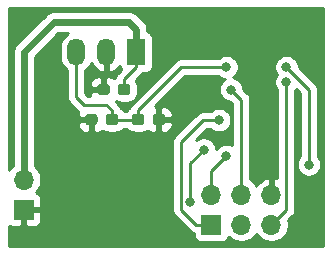
<source format=gbr>
%TF.GenerationSoftware,KiCad,Pcbnew,5.1.6-c6e7f7d~87~ubuntu18.04.1*%
%TF.CreationDate,2020-10-05T23:43:03-04:00*%
%TF.ProjectId,DemoKiCad,44656d6f-4b69-4436-9164-2e6b69636164,rev?*%
%TF.SameCoordinates,Original*%
%TF.FileFunction,Copper,L2,Bot*%
%TF.FilePolarity,Positive*%
%FSLAX46Y46*%
G04 Gerber Fmt 4.6, Leading zero omitted, Abs format (unit mm)*
G04 Created by KiCad (PCBNEW 5.1.6-c6e7f7d~87~ubuntu18.04.1) date 2020-10-05 23:43:03*
%MOMM*%
%LPD*%
G01*
G04 APERTURE LIST*
%TA.AperFunction,ComponentPad*%
%ADD10O,1.700000X1.700000*%
%TD*%
%TA.AperFunction,ComponentPad*%
%ADD11R,1.700000X1.700000*%
%TD*%
%TA.AperFunction,ComponentPad*%
%ADD12O,1.500000X2.300000*%
%TD*%
%TA.AperFunction,ComponentPad*%
%ADD13R,1.500000X2.300000*%
%TD*%
%TA.AperFunction,ViaPad*%
%ADD14C,0.800000*%
%TD*%
%TA.AperFunction,Conductor*%
%ADD15C,0.254000*%
%TD*%
%TA.AperFunction,Conductor*%
%ADD16C,0.600000*%
%TD*%
G04 APERTURE END LIST*
D10*
%TO.P,J2,2*%
%TO.N,+12V*%
X103505000Y-69850000D03*
D11*
%TO.P,J2,1*%
%TO.N,GND*%
X103505000Y-72390000D03*
%TD*%
D12*
%TO.P,U1,3*%
%TO.N,V_ON*%
X107950000Y-59055000D03*
%TO.P,U1,2*%
%TO.N,GND*%
X110490000Y-59055000D03*
D13*
%TO.P,U1,1*%
%TO.N,+12V*%
X113030000Y-59055000D03*
%TD*%
D10*
%TO.P,J1,6*%
%TO.N,GND*%
X124460000Y-71120000D03*
%TO.P,J1,5*%
%TO.N,/RESET*%
X124460000Y-73660000D03*
%TO.P,J1,4*%
%TO.N,/MOSI*%
X121920000Y-71120000D03*
%TO.P,J1,3*%
%TO.N,/SCK*%
X121920000Y-73660000D03*
%TO.P,J1,2*%
%TO.N,V_ON*%
X119380000Y-71120000D03*
D11*
%TO.P,J1,1*%
%TO.N,/MISO*%
X119380000Y-73660000D03*
%TD*%
%TO.P,C4,2*%
%TO.N,GND*%
%TA.AperFunction,SMDPad,CuDef*%
G36*
G01*
X114410000Y-65007500D02*
X114410000Y-64532500D01*
G75*
G02*
X114647500Y-64295000I237500J0D01*
G01*
X115222500Y-64295000D01*
G75*
G02*
X115460000Y-64532500I0J-237500D01*
G01*
X115460000Y-65007500D01*
G75*
G02*
X115222500Y-65245000I-237500J0D01*
G01*
X114647500Y-65245000D01*
G75*
G02*
X114410000Y-65007500I0J237500D01*
G01*
G37*
%TD.AperFunction*%
%TO.P,C4,1*%
%TO.N,V_ON*%
%TA.AperFunction,SMDPad,CuDef*%
G36*
G01*
X112660000Y-65007500D02*
X112660000Y-64532500D01*
G75*
G02*
X112897500Y-64295000I237500J0D01*
G01*
X113472500Y-64295000D01*
G75*
G02*
X113710000Y-64532500I0J-237500D01*
G01*
X113710000Y-65007500D01*
G75*
G02*
X113472500Y-65245000I-237500J0D01*
G01*
X112897500Y-65245000D01*
G75*
G02*
X112660000Y-65007500I0J237500D01*
G01*
G37*
%TD.AperFunction*%
%TD*%
%TO.P,C2,2*%
%TO.N,GND*%
%TA.AperFunction,SMDPad,CuDef*%
G36*
G01*
X109745000Y-64532500D02*
X109745000Y-65007500D01*
G75*
G02*
X109507500Y-65245000I-237500J0D01*
G01*
X108932500Y-65245000D01*
G75*
G02*
X108695000Y-65007500I0J237500D01*
G01*
X108695000Y-64532500D01*
G75*
G02*
X108932500Y-64295000I237500J0D01*
G01*
X109507500Y-64295000D01*
G75*
G02*
X109745000Y-64532500I0J-237500D01*
G01*
G37*
%TD.AperFunction*%
%TO.P,C2,1*%
%TO.N,V_ON*%
%TA.AperFunction,SMDPad,CuDef*%
G36*
G01*
X111495000Y-64532500D02*
X111495000Y-65007500D01*
G75*
G02*
X111257500Y-65245000I-237500J0D01*
G01*
X110682500Y-65245000D01*
G75*
G02*
X110445000Y-65007500I0J237500D01*
G01*
X110445000Y-64532500D01*
G75*
G02*
X110682500Y-64295000I237500J0D01*
G01*
X111257500Y-64295000D01*
G75*
G02*
X111495000Y-64532500I0J-237500D01*
G01*
G37*
%TD.AperFunction*%
%TD*%
%TO.P,C1,2*%
%TO.N,GND*%
%TA.AperFunction,SMDPad,CuDef*%
G36*
G01*
X110775000Y-61992500D02*
X110775000Y-62467500D01*
G75*
G02*
X110537500Y-62705000I-237500J0D01*
G01*
X109962500Y-62705000D01*
G75*
G02*
X109725000Y-62467500I0J237500D01*
G01*
X109725000Y-61992500D01*
G75*
G02*
X109962500Y-61755000I237500J0D01*
G01*
X110537500Y-61755000D01*
G75*
G02*
X110775000Y-61992500I0J-237500D01*
G01*
G37*
%TD.AperFunction*%
%TO.P,C1,1*%
%TO.N,+12V*%
%TA.AperFunction,SMDPad,CuDef*%
G36*
G01*
X112525000Y-61992500D02*
X112525000Y-62467500D01*
G75*
G02*
X112287500Y-62705000I-237500J0D01*
G01*
X111712500Y-62705000D01*
G75*
G02*
X111475000Y-62467500I0J237500D01*
G01*
X111475000Y-61992500D01*
G75*
G02*
X111712500Y-61755000I237500J0D01*
G01*
X112287500Y-61755000D01*
G75*
G02*
X112525000Y-61992500I0J-237500D01*
G01*
G37*
%TD.AperFunction*%
%TD*%
D14*
%TO.N,GND*%
X118110000Y-55880000D03*
X125730000Y-55880000D03*
X124460000Y-63500000D03*
X114300000Y-73660000D03*
X107950000Y-73660000D03*
%TO.N,V_ON*%
X120650000Y-60325000D03*
X120650000Y-67853000D03*
%TO.N,Net-(C3-Pad1)*%
X125730000Y-60325000D03*
X127635000Y-68580000D03*
%TO.N,/RESET*%
X125730000Y-61595000D03*
%TO.N,/MOSI*%
X121053000Y-62230000D03*
%TO.N,/SCK*%
X118745000Y-67310000D03*
X117567000Y-71755000D03*
%TO.N,/MISO*%
X120032534Y-64818199D03*
%TD*%
D15*
%TO.N,+12V*%
X113030000Y-59055000D02*
X113030000Y-60325000D01*
X112000000Y-61355000D02*
X112000000Y-62230000D01*
X113030000Y-60325000D02*
X112000000Y-61355000D01*
D16*
X103505000Y-69850000D02*
X103505000Y-59055000D01*
X103505000Y-59055000D02*
X106045000Y-56515000D01*
X106045000Y-56515000D02*
X112395000Y-56515000D01*
X113030000Y-57150000D02*
X113030000Y-59055000D01*
X112395000Y-56515000D02*
X113030000Y-57150000D01*
D15*
%TO.N,V_ON*%
X110970000Y-64770000D02*
X113185000Y-64770000D01*
X110970000Y-64770000D02*
X110970000Y-63980000D01*
X110970000Y-63980000D02*
X110490000Y-63500000D01*
X110490000Y-63500000D02*
X108585000Y-63500000D01*
X107950000Y-62865000D02*
X107950000Y-59055000D01*
X108585000Y-63500000D02*
X107950000Y-62865000D01*
X113185000Y-64770000D02*
X113185000Y-63980000D01*
X113185000Y-63980000D02*
X116840000Y-60325000D01*
X116840000Y-60325000D02*
X120650000Y-60325000D01*
X120650000Y-67853000D02*
X119380000Y-69123000D01*
X119380000Y-69123000D02*
X119380000Y-71120000D01*
%TO.N,Net-(C3-Pad1)*%
X125730000Y-60325000D02*
X127635000Y-62230000D01*
X127635000Y-62230000D02*
X127635000Y-68580000D01*
%TO.N,/RESET*%
X125730000Y-72390000D02*
X124460000Y-73660000D01*
X125730000Y-61595000D02*
X125730000Y-72390000D01*
%TO.N,/MOSI*%
X121053000Y-62230000D02*
X121920000Y-63097000D01*
X121920000Y-63097000D02*
X121920000Y-71120000D01*
%TO.N,/SCK*%
X118745000Y-67310000D02*
X117567000Y-68488000D01*
X117567000Y-68488000D02*
X117567000Y-71755000D01*
%TO.N,/MISO*%
X120032534Y-64818199D02*
X118696801Y-64818199D01*
X118696801Y-64818199D02*
X116840000Y-66675000D01*
X116840000Y-66675000D02*
X116840000Y-72390000D01*
X118110000Y-73660000D02*
X119380000Y-73660000D01*
X116840000Y-72390000D02*
X118110000Y-73660000D01*
%TD*%
%TO.N,GND*%
G36*
X128855001Y-75515000D02*
G01*
X102285000Y-75515000D01*
X102285000Y-73757812D01*
X102300506Y-73770537D01*
X102410820Y-73829502D01*
X102530518Y-73865812D01*
X102655000Y-73878072D01*
X103219250Y-73875000D01*
X103378000Y-73716250D01*
X103378000Y-72517000D01*
X103632000Y-72517000D01*
X103632000Y-73716250D01*
X103790750Y-73875000D01*
X104355000Y-73878072D01*
X104479482Y-73865812D01*
X104599180Y-73829502D01*
X104709494Y-73770537D01*
X104806185Y-73691185D01*
X104885537Y-73594494D01*
X104944502Y-73484180D01*
X104980812Y-73364482D01*
X104993072Y-73240000D01*
X104990000Y-72675750D01*
X104831250Y-72517000D01*
X103632000Y-72517000D01*
X103378000Y-72517000D01*
X103358000Y-72517000D01*
X103358000Y-72263000D01*
X103378000Y-72263000D01*
X103378000Y-72243000D01*
X103632000Y-72243000D01*
X103632000Y-72263000D01*
X104831250Y-72263000D01*
X104990000Y-72104250D01*
X104993072Y-71540000D01*
X104980812Y-71415518D01*
X104944502Y-71295820D01*
X104885537Y-71185506D01*
X104806185Y-71088815D01*
X104709494Y-71009463D01*
X104599180Y-70950498D01*
X104526620Y-70928487D01*
X104658475Y-70796632D01*
X104820990Y-70553411D01*
X104932932Y-70283158D01*
X104990000Y-69996260D01*
X104990000Y-69703740D01*
X104932932Y-69416842D01*
X104820990Y-69146589D01*
X104658475Y-68903368D01*
X104451632Y-68696525D01*
X104440000Y-68688753D01*
X104440000Y-65245000D01*
X108056928Y-65245000D01*
X108069188Y-65369482D01*
X108105498Y-65489180D01*
X108164463Y-65599494D01*
X108243815Y-65696185D01*
X108340506Y-65775537D01*
X108450820Y-65834502D01*
X108570518Y-65870812D01*
X108695000Y-65883072D01*
X108934250Y-65880000D01*
X109093000Y-65721250D01*
X109093000Y-64897000D01*
X108218750Y-64897000D01*
X108060000Y-65055750D01*
X108056928Y-65245000D01*
X104440000Y-65245000D01*
X104440000Y-59442289D01*
X106432290Y-57450000D01*
X107266321Y-57450000D01*
X107176813Y-57497843D01*
X106965920Y-57670919D01*
X106792843Y-57881812D01*
X106664236Y-58122419D01*
X106585040Y-58383493D01*
X106565000Y-58586963D01*
X106565000Y-59523036D01*
X106585040Y-59726506D01*
X106664236Y-59987580D01*
X106792843Y-60228187D01*
X106965919Y-60439080D01*
X107176812Y-60612157D01*
X107188001Y-60618137D01*
X107188000Y-62827577D01*
X107184314Y-62865000D01*
X107188000Y-62902423D01*
X107188000Y-62902425D01*
X107199026Y-63014377D01*
X107242598Y-63158014D01*
X107242599Y-63158015D01*
X107313355Y-63290392D01*
X107342782Y-63326248D01*
X107408578Y-63406422D01*
X107437654Y-63430284D01*
X108019716Y-64012346D01*
X108043578Y-64041422D01*
X108095438Y-64083982D01*
X108069188Y-64170518D01*
X108056928Y-64295000D01*
X108060000Y-64484250D01*
X108218750Y-64643000D01*
X109093000Y-64643000D01*
X109093000Y-64623000D01*
X109347000Y-64623000D01*
X109347000Y-64643000D01*
X109367000Y-64643000D01*
X109367000Y-64897000D01*
X109347000Y-64897000D01*
X109347000Y-65721250D01*
X109505750Y-65880000D01*
X109745000Y-65883072D01*
X109869482Y-65870812D01*
X109989180Y-65834502D01*
X110099494Y-65775537D01*
X110172161Y-65715901D01*
X110196058Y-65735512D01*
X110347433Y-65816423D01*
X110511684Y-65866248D01*
X110682500Y-65883072D01*
X111257500Y-65883072D01*
X111428316Y-65866248D01*
X111592567Y-65816423D01*
X111743942Y-65735512D01*
X111876623Y-65626623D01*
X111954278Y-65532000D01*
X112200722Y-65532000D01*
X112278377Y-65626623D01*
X112411058Y-65735512D01*
X112562433Y-65816423D01*
X112726684Y-65866248D01*
X112897500Y-65883072D01*
X113472500Y-65883072D01*
X113643316Y-65866248D01*
X113807567Y-65816423D01*
X113958942Y-65735512D01*
X113982839Y-65715901D01*
X114055506Y-65775537D01*
X114165820Y-65834502D01*
X114285518Y-65870812D01*
X114410000Y-65883072D01*
X114649250Y-65880000D01*
X114808000Y-65721250D01*
X114808000Y-64897000D01*
X115062000Y-64897000D01*
X115062000Y-65721250D01*
X115220750Y-65880000D01*
X115460000Y-65883072D01*
X115584482Y-65870812D01*
X115704180Y-65834502D01*
X115814494Y-65775537D01*
X115911185Y-65696185D01*
X115990537Y-65599494D01*
X116049502Y-65489180D01*
X116085812Y-65369482D01*
X116098072Y-65245000D01*
X116095000Y-65055750D01*
X115936250Y-64897000D01*
X115062000Y-64897000D01*
X114808000Y-64897000D01*
X114788000Y-64897000D01*
X114788000Y-64643000D01*
X114808000Y-64643000D01*
X114808000Y-63818750D01*
X115062000Y-63818750D01*
X115062000Y-64643000D01*
X115936250Y-64643000D01*
X116095000Y-64484250D01*
X116098072Y-64295000D01*
X116085812Y-64170518D01*
X116049502Y-64050820D01*
X115990537Y-63940506D01*
X115911185Y-63843815D01*
X115814494Y-63764463D01*
X115704180Y-63705498D01*
X115584482Y-63669188D01*
X115460000Y-63656928D01*
X115220750Y-63660000D01*
X115062000Y-63818750D01*
X114808000Y-63818750D01*
X114649250Y-63660000D01*
X114583475Y-63659155D01*
X117155630Y-61087000D01*
X119948289Y-61087000D01*
X119990226Y-61128937D01*
X120159744Y-61242205D01*
X120348102Y-61320226D01*
X120504935Y-61351422D01*
X120393226Y-61426063D01*
X120249063Y-61570226D01*
X120135795Y-61739744D01*
X120057774Y-61928102D01*
X120018000Y-62128061D01*
X120018000Y-62331939D01*
X120057774Y-62531898D01*
X120135795Y-62720256D01*
X120249063Y-62889774D01*
X120393226Y-63033937D01*
X120562744Y-63147205D01*
X120751102Y-63225226D01*
X120951061Y-63265000D01*
X121010369Y-63265000D01*
X121158000Y-63412631D01*
X121158000Y-66947651D01*
X121140256Y-66935795D01*
X120951898Y-66857774D01*
X120751939Y-66818000D01*
X120548061Y-66818000D01*
X120348102Y-66857774D01*
X120159744Y-66935795D01*
X119990226Y-67049063D01*
X119846063Y-67193226D01*
X119780000Y-67292097D01*
X119780000Y-67208061D01*
X119740226Y-67008102D01*
X119662205Y-66819744D01*
X119548937Y-66650226D01*
X119404774Y-66506063D01*
X119235256Y-66392795D01*
X119046898Y-66314774D01*
X118846939Y-66275000D01*
X118643061Y-66275000D01*
X118443102Y-66314774D01*
X118254744Y-66392795D01*
X118089268Y-66503362D01*
X119012432Y-65580199D01*
X119330823Y-65580199D01*
X119372760Y-65622136D01*
X119542278Y-65735404D01*
X119730636Y-65813425D01*
X119930595Y-65853199D01*
X120134473Y-65853199D01*
X120334432Y-65813425D01*
X120522790Y-65735404D01*
X120692308Y-65622136D01*
X120836471Y-65477973D01*
X120949739Y-65308455D01*
X121027760Y-65120097D01*
X121067534Y-64920138D01*
X121067534Y-64716260D01*
X121027760Y-64516301D01*
X120949739Y-64327943D01*
X120836471Y-64158425D01*
X120692308Y-64014262D01*
X120522790Y-63900994D01*
X120334432Y-63822973D01*
X120134473Y-63783199D01*
X119930595Y-63783199D01*
X119730636Y-63822973D01*
X119542278Y-63900994D01*
X119372760Y-64014262D01*
X119330823Y-64056199D01*
X118734223Y-64056199D01*
X118696800Y-64052513D01*
X118659377Y-64056199D01*
X118659375Y-64056199D01*
X118547423Y-64067225D01*
X118403786Y-64110797D01*
X118271409Y-64181554D01*
X118155379Y-64276777D01*
X118131522Y-64305847D01*
X116327654Y-66109716D01*
X116298578Y-66133578D01*
X116242983Y-66201322D01*
X116203355Y-66249608D01*
X116189783Y-66275000D01*
X116132598Y-66381986D01*
X116089026Y-66525623D01*
X116081445Y-66602599D01*
X116074314Y-66675000D01*
X116078000Y-66712423D01*
X116078001Y-72352567D01*
X116074314Y-72390000D01*
X116089027Y-72539378D01*
X116132599Y-72683015D01*
X116203355Y-72815392D01*
X116271150Y-72898000D01*
X116298579Y-72931422D01*
X116327649Y-72955279D01*
X117544721Y-74172352D01*
X117568578Y-74201422D01*
X117684608Y-74296645D01*
X117816985Y-74367402D01*
X117891928Y-74390136D01*
X117891928Y-74510000D01*
X117904188Y-74634482D01*
X117940498Y-74754180D01*
X117999463Y-74864494D01*
X118078815Y-74961185D01*
X118175506Y-75040537D01*
X118285820Y-75099502D01*
X118405518Y-75135812D01*
X118530000Y-75148072D01*
X120230000Y-75148072D01*
X120354482Y-75135812D01*
X120474180Y-75099502D01*
X120584494Y-75040537D01*
X120681185Y-74961185D01*
X120760537Y-74864494D01*
X120819502Y-74754180D01*
X120841513Y-74681620D01*
X120973368Y-74813475D01*
X121216589Y-74975990D01*
X121486842Y-75087932D01*
X121773740Y-75145000D01*
X122066260Y-75145000D01*
X122353158Y-75087932D01*
X122623411Y-74975990D01*
X122866632Y-74813475D01*
X123073475Y-74606632D01*
X123190000Y-74432240D01*
X123306525Y-74606632D01*
X123513368Y-74813475D01*
X123756589Y-74975990D01*
X124026842Y-75087932D01*
X124313740Y-75145000D01*
X124606260Y-75145000D01*
X124893158Y-75087932D01*
X125163411Y-74975990D01*
X125406632Y-74813475D01*
X125613475Y-74606632D01*
X125775990Y-74363411D01*
X125887932Y-74093158D01*
X125945000Y-73806260D01*
X125945000Y-73513740D01*
X125901679Y-73295952D01*
X126242352Y-72955279D01*
X126271422Y-72931422D01*
X126366645Y-72815392D01*
X126437402Y-72683015D01*
X126480974Y-72539378D01*
X126492000Y-72427426D01*
X126492000Y-72427424D01*
X126495686Y-72390001D01*
X126492000Y-72352578D01*
X126492000Y-62296711D01*
X126533937Y-62254774D01*
X126553246Y-62225876D01*
X126873000Y-62545631D01*
X126873001Y-67878288D01*
X126831063Y-67920226D01*
X126717795Y-68089744D01*
X126639774Y-68278102D01*
X126600000Y-68478061D01*
X126600000Y-68681939D01*
X126639774Y-68881898D01*
X126717795Y-69070256D01*
X126831063Y-69239774D01*
X126975226Y-69383937D01*
X127144744Y-69497205D01*
X127333102Y-69575226D01*
X127533061Y-69615000D01*
X127736939Y-69615000D01*
X127936898Y-69575226D01*
X128125256Y-69497205D01*
X128294774Y-69383937D01*
X128438937Y-69239774D01*
X128552205Y-69070256D01*
X128630226Y-68881898D01*
X128670000Y-68681939D01*
X128670000Y-68478061D01*
X128630226Y-68278102D01*
X128552205Y-68089744D01*
X128438937Y-67920226D01*
X128397000Y-67878289D01*
X128397000Y-62267423D01*
X128400686Y-62230000D01*
X128390646Y-62128061D01*
X128385974Y-62080622D01*
X128342402Y-61936985D01*
X128309465Y-61875364D01*
X128271645Y-61804607D01*
X128200279Y-61717648D01*
X128176422Y-61688578D01*
X128147352Y-61664721D01*
X126765000Y-60282370D01*
X126765000Y-60223061D01*
X126725226Y-60023102D01*
X126647205Y-59834744D01*
X126533937Y-59665226D01*
X126389774Y-59521063D01*
X126220256Y-59407795D01*
X126031898Y-59329774D01*
X125831939Y-59290000D01*
X125628061Y-59290000D01*
X125428102Y-59329774D01*
X125239744Y-59407795D01*
X125070226Y-59521063D01*
X124926063Y-59665226D01*
X124812795Y-59834744D01*
X124734774Y-60023102D01*
X124695000Y-60223061D01*
X124695000Y-60426939D01*
X124734774Y-60626898D01*
X124812795Y-60815256D01*
X124909510Y-60960000D01*
X124812795Y-61104744D01*
X124734774Y-61293102D01*
X124695000Y-61493061D01*
X124695000Y-61696939D01*
X124734774Y-61896898D01*
X124812795Y-62085256D01*
X124926063Y-62254774D01*
X124968000Y-62296711D01*
X124968001Y-69725033D01*
X124964099Y-69723175D01*
X124816890Y-69678524D01*
X124587000Y-69799845D01*
X124587000Y-70993000D01*
X124607000Y-70993000D01*
X124607000Y-71247000D01*
X124587000Y-71247000D01*
X124587000Y-71267000D01*
X124333000Y-71267000D01*
X124333000Y-71247000D01*
X124313000Y-71247000D01*
X124313000Y-70993000D01*
X124333000Y-70993000D01*
X124333000Y-69799845D01*
X124103110Y-69678524D01*
X123955901Y-69723175D01*
X123693080Y-69848359D01*
X123459731Y-70022412D01*
X123264822Y-70238645D01*
X123195195Y-70355534D01*
X123073475Y-70173368D01*
X122866632Y-69966525D01*
X122682000Y-69843158D01*
X122682000Y-63134422D01*
X122685686Y-63096999D01*
X122679475Y-63033937D01*
X122670974Y-62947622D01*
X122627402Y-62803985D01*
X122556645Y-62671608D01*
X122461422Y-62555578D01*
X122432353Y-62531722D01*
X122088000Y-62187369D01*
X122088000Y-62128061D01*
X122048226Y-61928102D01*
X121970205Y-61739744D01*
X121856937Y-61570226D01*
X121712774Y-61426063D01*
X121543256Y-61312795D01*
X121354898Y-61234774D01*
X121198065Y-61203578D01*
X121309774Y-61128937D01*
X121453937Y-60984774D01*
X121567205Y-60815256D01*
X121645226Y-60626898D01*
X121685000Y-60426939D01*
X121685000Y-60223061D01*
X121645226Y-60023102D01*
X121567205Y-59834744D01*
X121453937Y-59665226D01*
X121309774Y-59521063D01*
X121140256Y-59407795D01*
X120951898Y-59329774D01*
X120751939Y-59290000D01*
X120548061Y-59290000D01*
X120348102Y-59329774D01*
X120159744Y-59407795D01*
X119990226Y-59521063D01*
X119948289Y-59563000D01*
X116877423Y-59563000D01*
X116840000Y-59559314D01*
X116802577Y-59563000D01*
X116802574Y-59563000D01*
X116690622Y-59574026D01*
X116546985Y-59617598D01*
X116485364Y-59650535D01*
X116414607Y-59688355D01*
X116376849Y-59719343D01*
X116298578Y-59783578D01*
X116274716Y-59812654D01*
X112672649Y-63414721D01*
X112643579Y-63438578D01*
X112619722Y-63467648D01*
X112619721Y-63467649D01*
X112548355Y-63554608D01*
X112487112Y-63669188D01*
X112477599Y-63686985D01*
X112447933Y-63784778D01*
X112411058Y-63804488D01*
X112278377Y-63913377D01*
X112200722Y-64008000D01*
X111954278Y-64008000D01*
X111876623Y-63913377D01*
X111743942Y-63804488D01*
X111707067Y-63784778D01*
X111677402Y-63686985D01*
X111616156Y-63572402D01*
X111606645Y-63554607D01*
X111580206Y-63522392D01*
X111511422Y-63438578D01*
X111482341Y-63414712D01*
X111305723Y-63238093D01*
X111377433Y-63276423D01*
X111541684Y-63326248D01*
X111712500Y-63343072D01*
X112287500Y-63343072D01*
X112458316Y-63326248D01*
X112622567Y-63276423D01*
X112773942Y-63195512D01*
X112906623Y-63086623D01*
X113015512Y-62953942D01*
X113096423Y-62802567D01*
X113146248Y-62638316D01*
X113163072Y-62467500D01*
X113163072Y-61992500D01*
X113146248Y-61821684D01*
X113096423Y-61657433D01*
X113015512Y-61506058D01*
X112975422Y-61457208D01*
X113542351Y-60890279D01*
X113571422Y-60866422D01*
X113590585Y-60843072D01*
X113780000Y-60843072D01*
X113904482Y-60830812D01*
X114024180Y-60794502D01*
X114134494Y-60735537D01*
X114231185Y-60656185D01*
X114310537Y-60559494D01*
X114369502Y-60449180D01*
X114405812Y-60329482D01*
X114418072Y-60205000D01*
X114418072Y-57905000D01*
X114405812Y-57780518D01*
X114369502Y-57660820D01*
X114310537Y-57550506D01*
X114231185Y-57453815D01*
X114134494Y-57374463D01*
X114024180Y-57315498D01*
X113965000Y-57297546D01*
X113965000Y-57195935D01*
X113969524Y-57150000D01*
X113951472Y-56966708D01*
X113898007Y-56790459D01*
X113848743Y-56698293D01*
X113811186Y-56628028D01*
X113694344Y-56485656D01*
X113658660Y-56456371D01*
X113088630Y-55886341D01*
X113059344Y-55850656D01*
X112916972Y-55733814D01*
X112754540Y-55646993D01*
X112578292Y-55593529D01*
X112440932Y-55580000D01*
X112395000Y-55575476D01*
X112349068Y-55580000D01*
X106090924Y-55580000D01*
X106044999Y-55575477D01*
X105999074Y-55580000D01*
X105999068Y-55580000D01*
X105880110Y-55591717D01*
X105861707Y-55593529D01*
X105808243Y-55609747D01*
X105685460Y-55646993D01*
X105523028Y-55733814D01*
X105380656Y-55850656D01*
X105351374Y-55886336D01*
X102876336Y-58361375D01*
X102840657Y-58390656D01*
X102723815Y-58533028D01*
X102672192Y-58629609D01*
X102636994Y-58695460D01*
X102583529Y-58871709D01*
X102565476Y-59055000D01*
X102570001Y-59100942D01*
X102570000Y-68688753D01*
X102558368Y-68696525D01*
X102351525Y-68903368D01*
X102285000Y-69002930D01*
X102285000Y-55295000D01*
X128855000Y-55295000D01*
X128855001Y-75515000D01*
G37*
X128855001Y-75515000D02*
X102285000Y-75515000D01*
X102285000Y-73757812D01*
X102300506Y-73770537D01*
X102410820Y-73829502D01*
X102530518Y-73865812D01*
X102655000Y-73878072D01*
X103219250Y-73875000D01*
X103378000Y-73716250D01*
X103378000Y-72517000D01*
X103632000Y-72517000D01*
X103632000Y-73716250D01*
X103790750Y-73875000D01*
X104355000Y-73878072D01*
X104479482Y-73865812D01*
X104599180Y-73829502D01*
X104709494Y-73770537D01*
X104806185Y-73691185D01*
X104885537Y-73594494D01*
X104944502Y-73484180D01*
X104980812Y-73364482D01*
X104993072Y-73240000D01*
X104990000Y-72675750D01*
X104831250Y-72517000D01*
X103632000Y-72517000D01*
X103378000Y-72517000D01*
X103358000Y-72517000D01*
X103358000Y-72263000D01*
X103378000Y-72263000D01*
X103378000Y-72243000D01*
X103632000Y-72243000D01*
X103632000Y-72263000D01*
X104831250Y-72263000D01*
X104990000Y-72104250D01*
X104993072Y-71540000D01*
X104980812Y-71415518D01*
X104944502Y-71295820D01*
X104885537Y-71185506D01*
X104806185Y-71088815D01*
X104709494Y-71009463D01*
X104599180Y-70950498D01*
X104526620Y-70928487D01*
X104658475Y-70796632D01*
X104820990Y-70553411D01*
X104932932Y-70283158D01*
X104990000Y-69996260D01*
X104990000Y-69703740D01*
X104932932Y-69416842D01*
X104820990Y-69146589D01*
X104658475Y-68903368D01*
X104451632Y-68696525D01*
X104440000Y-68688753D01*
X104440000Y-65245000D01*
X108056928Y-65245000D01*
X108069188Y-65369482D01*
X108105498Y-65489180D01*
X108164463Y-65599494D01*
X108243815Y-65696185D01*
X108340506Y-65775537D01*
X108450820Y-65834502D01*
X108570518Y-65870812D01*
X108695000Y-65883072D01*
X108934250Y-65880000D01*
X109093000Y-65721250D01*
X109093000Y-64897000D01*
X108218750Y-64897000D01*
X108060000Y-65055750D01*
X108056928Y-65245000D01*
X104440000Y-65245000D01*
X104440000Y-59442289D01*
X106432290Y-57450000D01*
X107266321Y-57450000D01*
X107176813Y-57497843D01*
X106965920Y-57670919D01*
X106792843Y-57881812D01*
X106664236Y-58122419D01*
X106585040Y-58383493D01*
X106565000Y-58586963D01*
X106565000Y-59523036D01*
X106585040Y-59726506D01*
X106664236Y-59987580D01*
X106792843Y-60228187D01*
X106965919Y-60439080D01*
X107176812Y-60612157D01*
X107188001Y-60618137D01*
X107188000Y-62827577D01*
X107184314Y-62865000D01*
X107188000Y-62902423D01*
X107188000Y-62902425D01*
X107199026Y-63014377D01*
X107242598Y-63158014D01*
X107242599Y-63158015D01*
X107313355Y-63290392D01*
X107342782Y-63326248D01*
X107408578Y-63406422D01*
X107437654Y-63430284D01*
X108019716Y-64012346D01*
X108043578Y-64041422D01*
X108095438Y-64083982D01*
X108069188Y-64170518D01*
X108056928Y-64295000D01*
X108060000Y-64484250D01*
X108218750Y-64643000D01*
X109093000Y-64643000D01*
X109093000Y-64623000D01*
X109347000Y-64623000D01*
X109347000Y-64643000D01*
X109367000Y-64643000D01*
X109367000Y-64897000D01*
X109347000Y-64897000D01*
X109347000Y-65721250D01*
X109505750Y-65880000D01*
X109745000Y-65883072D01*
X109869482Y-65870812D01*
X109989180Y-65834502D01*
X110099494Y-65775537D01*
X110172161Y-65715901D01*
X110196058Y-65735512D01*
X110347433Y-65816423D01*
X110511684Y-65866248D01*
X110682500Y-65883072D01*
X111257500Y-65883072D01*
X111428316Y-65866248D01*
X111592567Y-65816423D01*
X111743942Y-65735512D01*
X111876623Y-65626623D01*
X111954278Y-65532000D01*
X112200722Y-65532000D01*
X112278377Y-65626623D01*
X112411058Y-65735512D01*
X112562433Y-65816423D01*
X112726684Y-65866248D01*
X112897500Y-65883072D01*
X113472500Y-65883072D01*
X113643316Y-65866248D01*
X113807567Y-65816423D01*
X113958942Y-65735512D01*
X113982839Y-65715901D01*
X114055506Y-65775537D01*
X114165820Y-65834502D01*
X114285518Y-65870812D01*
X114410000Y-65883072D01*
X114649250Y-65880000D01*
X114808000Y-65721250D01*
X114808000Y-64897000D01*
X115062000Y-64897000D01*
X115062000Y-65721250D01*
X115220750Y-65880000D01*
X115460000Y-65883072D01*
X115584482Y-65870812D01*
X115704180Y-65834502D01*
X115814494Y-65775537D01*
X115911185Y-65696185D01*
X115990537Y-65599494D01*
X116049502Y-65489180D01*
X116085812Y-65369482D01*
X116098072Y-65245000D01*
X116095000Y-65055750D01*
X115936250Y-64897000D01*
X115062000Y-64897000D01*
X114808000Y-64897000D01*
X114788000Y-64897000D01*
X114788000Y-64643000D01*
X114808000Y-64643000D01*
X114808000Y-63818750D01*
X115062000Y-63818750D01*
X115062000Y-64643000D01*
X115936250Y-64643000D01*
X116095000Y-64484250D01*
X116098072Y-64295000D01*
X116085812Y-64170518D01*
X116049502Y-64050820D01*
X115990537Y-63940506D01*
X115911185Y-63843815D01*
X115814494Y-63764463D01*
X115704180Y-63705498D01*
X115584482Y-63669188D01*
X115460000Y-63656928D01*
X115220750Y-63660000D01*
X115062000Y-63818750D01*
X114808000Y-63818750D01*
X114649250Y-63660000D01*
X114583475Y-63659155D01*
X117155630Y-61087000D01*
X119948289Y-61087000D01*
X119990226Y-61128937D01*
X120159744Y-61242205D01*
X120348102Y-61320226D01*
X120504935Y-61351422D01*
X120393226Y-61426063D01*
X120249063Y-61570226D01*
X120135795Y-61739744D01*
X120057774Y-61928102D01*
X120018000Y-62128061D01*
X120018000Y-62331939D01*
X120057774Y-62531898D01*
X120135795Y-62720256D01*
X120249063Y-62889774D01*
X120393226Y-63033937D01*
X120562744Y-63147205D01*
X120751102Y-63225226D01*
X120951061Y-63265000D01*
X121010369Y-63265000D01*
X121158000Y-63412631D01*
X121158000Y-66947651D01*
X121140256Y-66935795D01*
X120951898Y-66857774D01*
X120751939Y-66818000D01*
X120548061Y-66818000D01*
X120348102Y-66857774D01*
X120159744Y-66935795D01*
X119990226Y-67049063D01*
X119846063Y-67193226D01*
X119780000Y-67292097D01*
X119780000Y-67208061D01*
X119740226Y-67008102D01*
X119662205Y-66819744D01*
X119548937Y-66650226D01*
X119404774Y-66506063D01*
X119235256Y-66392795D01*
X119046898Y-66314774D01*
X118846939Y-66275000D01*
X118643061Y-66275000D01*
X118443102Y-66314774D01*
X118254744Y-66392795D01*
X118089268Y-66503362D01*
X119012432Y-65580199D01*
X119330823Y-65580199D01*
X119372760Y-65622136D01*
X119542278Y-65735404D01*
X119730636Y-65813425D01*
X119930595Y-65853199D01*
X120134473Y-65853199D01*
X120334432Y-65813425D01*
X120522790Y-65735404D01*
X120692308Y-65622136D01*
X120836471Y-65477973D01*
X120949739Y-65308455D01*
X121027760Y-65120097D01*
X121067534Y-64920138D01*
X121067534Y-64716260D01*
X121027760Y-64516301D01*
X120949739Y-64327943D01*
X120836471Y-64158425D01*
X120692308Y-64014262D01*
X120522790Y-63900994D01*
X120334432Y-63822973D01*
X120134473Y-63783199D01*
X119930595Y-63783199D01*
X119730636Y-63822973D01*
X119542278Y-63900994D01*
X119372760Y-64014262D01*
X119330823Y-64056199D01*
X118734223Y-64056199D01*
X118696800Y-64052513D01*
X118659377Y-64056199D01*
X118659375Y-64056199D01*
X118547423Y-64067225D01*
X118403786Y-64110797D01*
X118271409Y-64181554D01*
X118155379Y-64276777D01*
X118131522Y-64305847D01*
X116327654Y-66109716D01*
X116298578Y-66133578D01*
X116242983Y-66201322D01*
X116203355Y-66249608D01*
X116189783Y-66275000D01*
X116132598Y-66381986D01*
X116089026Y-66525623D01*
X116081445Y-66602599D01*
X116074314Y-66675000D01*
X116078000Y-66712423D01*
X116078001Y-72352567D01*
X116074314Y-72390000D01*
X116089027Y-72539378D01*
X116132599Y-72683015D01*
X116203355Y-72815392D01*
X116271150Y-72898000D01*
X116298579Y-72931422D01*
X116327649Y-72955279D01*
X117544721Y-74172352D01*
X117568578Y-74201422D01*
X117684608Y-74296645D01*
X117816985Y-74367402D01*
X117891928Y-74390136D01*
X117891928Y-74510000D01*
X117904188Y-74634482D01*
X117940498Y-74754180D01*
X117999463Y-74864494D01*
X118078815Y-74961185D01*
X118175506Y-75040537D01*
X118285820Y-75099502D01*
X118405518Y-75135812D01*
X118530000Y-75148072D01*
X120230000Y-75148072D01*
X120354482Y-75135812D01*
X120474180Y-75099502D01*
X120584494Y-75040537D01*
X120681185Y-74961185D01*
X120760537Y-74864494D01*
X120819502Y-74754180D01*
X120841513Y-74681620D01*
X120973368Y-74813475D01*
X121216589Y-74975990D01*
X121486842Y-75087932D01*
X121773740Y-75145000D01*
X122066260Y-75145000D01*
X122353158Y-75087932D01*
X122623411Y-74975990D01*
X122866632Y-74813475D01*
X123073475Y-74606632D01*
X123190000Y-74432240D01*
X123306525Y-74606632D01*
X123513368Y-74813475D01*
X123756589Y-74975990D01*
X124026842Y-75087932D01*
X124313740Y-75145000D01*
X124606260Y-75145000D01*
X124893158Y-75087932D01*
X125163411Y-74975990D01*
X125406632Y-74813475D01*
X125613475Y-74606632D01*
X125775990Y-74363411D01*
X125887932Y-74093158D01*
X125945000Y-73806260D01*
X125945000Y-73513740D01*
X125901679Y-73295952D01*
X126242352Y-72955279D01*
X126271422Y-72931422D01*
X126366645Y-72815392D01*
X126437402Y-72683015D01*
X126480974Y-72539378D01*
X126492000Y-72427426D01*
X126492000Y-72427424D01*
X126495686Y-72390001D01*
X126492000Y-72352578D01*
X126492000Y-62296711D01*
X126533937Y-62254774D01*
X126553246Y-62225876D01*
X126873000Y-62545631D01*
X126873001Y-67878288D01*
X126831063Y-67920226D01*
X126717795Y-68089744D01*
X126639774Y-68278102D01*
X126600000Y-68478061D01*
X126600000Y-68681939D01*
X126639774Y-68881898D01*
X126717795Y-69070256D01*
X126831063Y-69239774D01*
X126975226Y-69383937D01*
X127144744Y-69497205D01*
X127333102Y-69575226D01*
X127533061Y-69615000D01*
X127736939Y-69615000D01*
X127936898Y-69575226D01*
X128125256Y-69497205D01*
X128294774Y-69383937D01*
X128438937Y-69239774D01*
X128552205Y-69070256D01*
X128630226Y-68881898D01*
X128670000Y-68681939D01*
X128670000Y-68478061D01*
X128630226Y-68278102D01*
X128552205Y-68089744D01*
X128438937Y-67920226D01*
X128397000Y-67878289D01*
X128397000Y-62267423D01*
X128400686Y-62230000D01*
X128390646Y-62128061D01*
X128385974Y-62080622D01*
X128342402Y-61936985D01*
X128309465Y-61875364D01*
X128271645Y-61804607D01*
X128200279Y-61717648D01*
X128176422Y-61688578D01*
X128147352Y-61664721D01*
X126765000Y-60282370D01*
X126765000Y-60223061D01*
X126725226Y-60023102D01*
X126647205Y-59834744D01*
X126533937Y-59665226D01*
X126389774Y-59521063D01*
X126220256Y-59407795D01*
X126031898Y-59329774D01*
X125831939Y-59290000D01*
X125628061Y-59290000D01*
X125428102Y-59329774D01*
X125239744Y-59407795D01*
X125070226Y-59521063D01*
X124926063Y-59665226D01*
X124812795Y-59834744D01*
X124734774Y-60023102D01*
X124695000Y-60223061D01*
X124695000Y-60426939D01*
X124734774Y-60626898D01*
X124812795Y-60815256D01*
X124909510Y-60960000D01*
X124812795Y-61104744D01*
X124734774Y-61293102D01*
X124695000Y-61493061D01*
X124695000Y-61696939D01*
X124734774Y-61896898D01*
X124812795Y-62085256D01*
X124926063Y-62254774D01*
X124968000Y-62296711D01*
X124968001Y-69725033D01*
X124964099Y-69723175D01*
X124816890Y-69678524D01*
X124587000Y-69799845D01*
X124587000Y-70993000D01*
X124607000Y-70993000D01*
X124607000Y-71247000D01*
X124587000Y-71247000D01*
X124587000Y-71267000D01*
X124333000Y-71267000D01*
X124333000Y-71247000D01*
X124313000Y-71247000D01*
X124313000Y-70993000D01*
X124333000Y-70993000D01*
X124333000Y-69799845D01*
X124103110Y-69678524D01*
X123955901Y-69723175D01*
X123693080Y-69848359D01*
X123459731Y-70022412D01*
X123264822Y-70238645D01*
X123195195Y-70355534D01*
X123073475Y-70173368D01*
X122866632Y-69966525D01*
X122682000Y-69843158D01*
X122682000Y-63134422D01*
X122685686Y-63096999D01*
X122679475Y-63033937D01*
X122670974Y-62947622D01*
X122627402Y-62803985D01*
X122556645Y-62671608D01*
X122461422Y-62555578D01*
X122432353Y-62531722D01*
X122088000Y-62187369D01*
X122088000Y-62128061D01*
X122048226Y-61928102D01*
X121970205Y-61739744D01*
X121856937Y-61570226D01*
X121712774Y-61426063D01*
X121543256Y-61312795D01*
X121354898Y-61234774D01*
X121198065Y-61203578D01*
X121309774Y-61128937D01*
X121453937Y-60984774D01*
X121567205Y-60815256D01*
X121645226Y-60626898D01*
X121685000Y-60426939D01*
X121685000Y-60223061D01*
X121645226Y-60023102D01*
X121567205Y-59834744D01*
X121453937Y-59665226D01*
X121309774Y-59521063D01*
X121140256Y-59407795D01*
X120951898Y-59329774D01*
X120751939Y-59290000D01*
X120548061Y-59290000D01*
X120348102Y-59329774D01*
X120159744Y-59407795D01*
X119990226Y-59521063D01*
X119948289Y-59563000D01*
X116877423Y-59563000D01*
X116840000Y-59559314D01*
X116802577Y-59563000D01*
X116802574Y-59563000D01*
X116690622Y-59574026D01*
X116546985Y-59617598D01*
X116485364Y-59650535D01*
X116414607Y-59688355D01*
X116376849Y-59719343D01*
X116298578Y-59783578D01*
X116274716Y-59812654D01*
X112672649Y-63414721D01*
X112643579Y-63438578D01*
X112619722Y-63467648D01*
X112619721Y-63467649D01*
X112548355Y-63554608D01*
X112487112Y-63669188D01*
X112477599Y-63686985D01*
X112447933Y-63784778D01*
X112411058Y-63804488D01*
X112278377Y-63913377D01*
X112200722Y-64008000D01*
X111954278Y-64008000D01*
X111876623Y-63913377D01*
X111743942Y-63804488D01*
X111707067Y-63784778D01*
X111677402Y-63686985D01*
X111616156Y-63572402D01*
X111606645Y-63554607D01*
X111580206Y-63522392D01*
X111511422Y-63438578D01*
X111482341Y-63414712D01*
X111305723Y-63238093D01*
X111377433Y-63276423D01*
X111541684Y-63326248D01*
X111712500Y-63343072D01*
X112287500Y-63343072D01*
X112458316Y-63326248D01*
X112622567Y-63276423D01*
X112773942Y-63195512D01*
X112906623Y-63086623D01*
X113015512Y-62953942D01*
X113096423Y-62802567D01*
X113146248Y-62638316D01*
X113163072Y-62467500D01*
X113163072Y-61992500D01*
X113146248Y-61821684D01*
X113096423Y-61657433D01*
X113015512Y-61506058D01*
X112975422Y-61457208D01*
X113542351Y-60890279D01*
X113571422Y-60866422D01*
X113590585Y-60843072D01*
X113780000Y-60843072D01*
X113904482Y-60830812D01*
X114024180Y-60794502D01*
X114134494Y-60735537D01*
X114231185Y-60656185D01*
X114310537Y-60559494D01*
X114369502Y-60449180D01*
X114405812Y-60329482D01*
X114418072Y-60205000D01*
X114418072Y-57905000D01*
X114405812Y-57780518D01*
X114369502Y-57660820D01*
X114310537Y-57550506D01*
X114231185Y-57453815D01*
X114134494Y-57374463D01*
X114024180Y-57315498D01*
X113965000Y-57297546D01*
X113965000Y-57195935D01*
X113969524Y-57150000D01*
X113951472Y-56966708D01*
X113898007Y-56790459D01*
X113848743Y-56698293D01*
X113811186Y-56628028D01*
X113694344Y-56485656D01*
X113658660Y-56456371D01*
X113088630Y-55886341D01*
X113059344Y-55850656D01*
X112916972Y-55733814D01*
X112754540Y-55646993D01*
X112578292Y-55593529D01*
X112440932Y-55580000D01*
X112395000Y-55575476D01*
X112349068Y-55580000D01*
X106090924Y-55580000D01*
X106044999Y-55575477D01*
X105999074Y-55580000D01*
X105999068Y-55580000D01*
X105880110Y-55591717D01*
X105861707Y-55593529D01*
X105808243Y-55609747D01*
X105685460Y-55646993D01*
X105523028Y-55733814D01*
X105380656Y-55850656D01*
X105351374Y-55886336D01*
X102876336Y-58361375D01*
X102840657Y-58390656D01*
X102723815Y-58533028D01*
X102672192Y-58629609D01*
X102636994Y-58695460D01*
X102583529Y-58871709D01*
X102565476Y-59055000D01*
X102570001Y-59100942D01*
X102570000Y-68688753D01*
X102558368Y-68696525D01*
X102351525Y-68903368D01*
X102285000Y-69002930D01*
X102285000Y-55295000D01*
X128855000Y-55295000D01*
X128855001Y-75515000D01*
G36*
X110617000Y-58928000D02*
G01*
X110637000Y-58928000D01*
X110637000Y-59182000D01*
X110617000Y-59182000D01*
X110617000Y-60674656D01*
X110831185Y-60797318D01*
X110902684Y-60783173D01*
X111153868Y-60677142D01*
X111379540Y-60524145D01*
X111571028Y-60330061D01*
X111643418Y-60220126D01*
X111654188Y-60329482D01*
X111690498Y-60449180D01*
X111738460Y-60538910D01*
X111487654Y-60789716D01*
X111458578Y-60813578D01*
X111415211Y-60866422D01*
X111363355Y-60929608D01*
X111347990Y-60958355D01*
X111292598Y-61061986D01*
X111249026Y-61205623D01*
X111244183Y-61254800D01*
X111226058Y-61264488D01*
X111202161Y-61284099D01*
X111129494Y-61224463D01*
X111019180Y-61165498D01*
X110899482Y-61129188D01*
X110775000Y-61116928D01*
X110535750Y-61120000D01*
X110377000Y-61278750D01*
X110377000Y-62103000D01*
X110397000Y-62103000D01*
X110397000Y-62357000D01*
X110377000Y-62357000D01*
X110377000Y-62377000D01*
X110123000Y-62377000D01*
X110123000Y-62357000D01*
X109248750Y-62357000D01*
X109090000Y-62515750D01*
X109086928Y-62705000D01*
X109090178Y-62738000D01*
X108900630Y-62738000D01*
X108712000Y-62549370D01*
X108712000Y-61755000D01*
X109086928Y-61755000D01*
X109090000Y-61944250D01*
X109248750Y-62103000D01*
X110123000Y-62103000D01*
X110123000Y-61278750D01*
X109964250Y-61120000D01*
X109725000Y-61116928D01*
X109600518Y-61129188D01*
X109480820Y-61165498D01*
X109370506Y-61224463D01*
X109273815Y-61303815D01*
X109194463Y-61400506D01*
X109135498Y-61510820D01*
X109099188Y-61630518D01*
X109086928Y-61755000D01*
X108712000Y-61755000D01*
X108712000Y-60618137D01*
X108723187Y-60612157D01*
X108934080Y-60439081D01*
X109107157Y-60228188D01*
X109222486Y-60012422D01*
X109259028Y-60102349D01*
X109408972Y-60330061D01*
X109600460Y-60524145D01*
X109826132Y-60677142D01*
X110077316Y-60783173D01*
X110148815Y-60797318D01*
X110363000Y-60674656D01*
X110363000Y-59182000D01*
X110343000Y-59182000D01*
X110343000Y-58928000D01*
X110363000Y-58928000D01*
X110363000Y-58908000D01*
X110617000Y-58908000D01*
X110617000Y-58928000D01*
G37*
X110617000Y-58928000D02*
X110637000Y-58928000D01*
X110637000Y-59182000D01*
X110617000Y-59182000D01*
X110617000Y-60674656D01*
X110831185Y-60797318D01*
X110902684Y-60783173D01*
X111153868Y-60677142D01*
X111379540Y-60524145D01*
X111571028Y-60330061D01*
X111643418Y-60220126D01*
X111654188Y-60329482D01*
X111690498Y-60449180D01*
X111738460Y-60538910D01*
X111487654Y-60789716D01*
X111458578Y-60813578D01*
X111415211Y-60866422D01*
X111363355Y-60929608D01*
X111347990Y-60958355D01*
X111292598Y-61061986D01*
X111249026Y-61205623D01*
X111244183Y-61254800D01*
X111226058Y-61264488D01*
X111202161Y-61284099D01*
X111129494Y-61224463D01*
X111019180Y-61165498D01*
X110899482Y-61129188D01*
X110775000Y-61116928D01*
X110535750Y-61120000D01*
X110377000Y-61278750D01*
X110377000Y-62103000D01*
X110397000Y-62103000D01*
X110397000Y-62357000D01*
X110377000Y-62357000D01*
X110377000Y-62377000D01*
X110123000Y-62377000D01*
X110123000Y-62357000D01*
X109248750Y-62357000D01*
X109090000Y-62515750D01*
X109086928Y-62705000D01*
X109090178Y-62738000D01*
X108900630Y-62738000D01*
X108712000Y-62549370D01*
X108712000Y-61755000D01*
X109086928Y-61755000D01*
X109090000Y-61944250D01*
X109248750Y-62103000D01*
X110123000Y-62103000D01*
X110123000Y-61278750D01*
X109964250Y-61120000D01*
X109725000Y-61116928D01*
X109600518Y-61129188D01*
X109480820Y-61165498D01*
X109370506Y-61224463D01*
X109273815Y-61303815D01*
X109194463Y-61400506D01*
X109135498Y-61510820D01*
X109099188Y-61630518D01*
X109086928Y-61755000D01*
X108712000Y-61755000D01*
X108712000Y-60618137D01*
X108723187Y-60612157D01*
X108934080Y-60439081D01*
X109107157Y-60228188D01*
X109222486Y-60012422D01*
X109259028Y-60102349D01*
X109408972Y-60330061D01*
X109600460Y-60524145D01*
X109826132Y-60677142D01*
X110077316Y-60783173D01*
X110148815Y-60797318D01*
X110363000Y-60674656D01*
X110363000Y-59182000D01*
X110343000Y-59182000D01*
X110343000Y-58928000D01*
X110363000Y-58928000D01*
X110363000Y-58908000D01*
X110617000Y-58908000D01*
X110617000Y-58928000D01*
%TD*%
M02*

</source>
